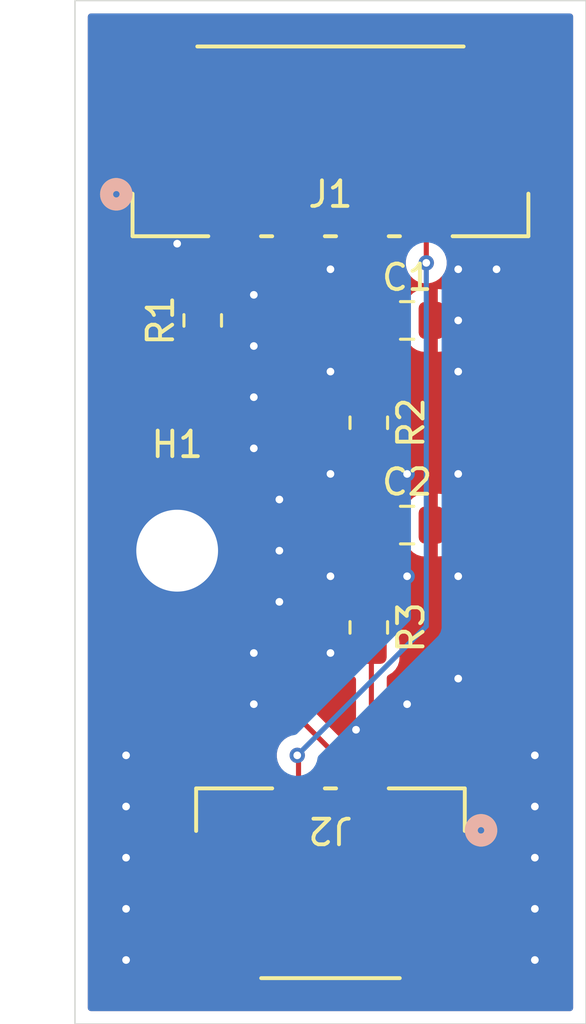
<source format=kicad_pcb>
(kicad_pcb (version 20241229) (generator "pcbnew") (generator_version "9.0")
  (layers (0 "F.Cu" signal) (4 "In1.Cu" signal) (6 "In2.Cu" signal) (2 "B.Cu" signal) (13 "F.Paste" user) (15 "B.Paste" user) (5 "F.SilkS" user "F.Silkscreen") (7 "B.SilkS" user "B.Silkscreen") (1 "F.Mask" user) (3 "B.Mask" user) (25 "Edge.Cuts" user))
  (net 0 "")
  (net 1 "Net-(C2-Pad1)")
  (net 2 "GND")
  (net 3 "Net-(J1-Pin_2)")
  (net 4 "Net-(J1-Pin_3)")
  (net 5 "Net-(J1-Pin_1)")
  (net 6 "Net-(J1-Pin_4)")
  (footprint "Capacitor_SMD:C_0805_2012Metric" (layer "F.Cu") (at 3 16)
    (property "Reference" "C2" (at 0 -1.68 0) (layer "F.SilkS"))
    (property "Value" "500p")
    (fp_line (start -0.261252 -0.735) (end 0.261252 -0.735) (stroke (width 0.12)) (layer "F.SilkS"))
    (fp_line (start -0.261252 0.735) (end 0.261252 0.735) (stroke (width 0.12)) (layer "F.SilkS"))
    (pad "1" smd roundrect (at -0.95 0) (size 1 1.45) (layers "F.Cu" "F.Mask" "F.Paste") (net 1 "Net-(C2-Pad1)"))
    (pad "2" smd roundrect (at 0.95 0) (size 1 1.45) (layers "F.Cu" "F.Mask" "F.Paste") (net 2 "GND"))
  )
  (footprint "Resistor_SMD:R_0805_2012Metric" (layer "F.Cu") (at -5 8 90)
    (property "Reference" "R1" (at 0 -1.65 90) (layer "F.SilkS"))
    (property "Value" "50")
    (fp_line (start -0.227064 -0.735) (end 0.227064 -0.735) (stroke (width 0.12)) (layer "F.SilkS"))
    (fp_line (start -0.227064 0.735) (end 0.227064 0.735) (stroke (width 0.12)) (layer "F.SilkS"))
    (pad "1" smd roundrect (at -0.9125 0 90) (size 1.025 1.4) (layers "F.Cu" "F.Mask" "F.Paste") (roundrect_rratio 0.243902) (net 2 "GND"))
    (pad "2" smd roundrect (at 0.9125 0 90) (size 1.025 1.4) (layers "F.Cu" "F.Mask" "F.Paste") (roundrect_rratio 0.243902) (net 5 "Net-(J1-Pin_1)"))
  )
  (footprint "MountingHole:MountingHole_3.2mm_M3_Pad_TopBottom" (layer "F.Cu") (at -6 17)
    (property "Reference" "H1" (at 0 -4.15 0) (layer "F.SilkS"))
    (property "Value" "MountingHole_Pad")
    (pad "1" thru_hole circle (at 0 0) (size 3.6 3.6) (drill 3.2) (layers "*.Cu" "*.Mask") (net 2 "GND"))
    (pad "1" connect circle (at 0 0) (size 6.4 6.4) (layers "F.Cu" "F.Mask") (net 2 "GND"))
    (pad "1" connect circle (at 0 0) (size 6.4 6.4) (layers "B.Cu" "B.Mask") (net 2 "GND"))
  )
  (footprint "Resistor_SMD:R_0805_2012Metric" (layer "F.Cu") (at 1.5 12 -90)
    (property "Reference" "R2" (at 0 -1.65 270) (layer "F.SilkS"))
    (property "Value" "1k")
    (fp_line (start -0.227064 0.735) (end 0.227064 0.735) (stroke (width 0.12)) (layer "F.SilkS"))
    (fp_line (start -0.227064 -0.735) (end 0.227064 -0.735) (stroke (width 0.12)) (layer "F.SilkS"))
    (pad "1" smd roundrect (at -0.9125 0 270) (size 1.025 1.4) (layers "F.Cu" "F.Mask" "F.Paste") (roundrect_rratio 0.243902) (net 4 "Net-(J1-Pin_3)"))
    (pad "2" smd roundrect (at 0.9125 0 270) (size 1.025 1.4) (layers "F.Cu" "F.Mask" "F.Paste") (roundrect_rratio 0.243902) (net 1 "Net-(C2-Pad1)"))
  )
  (footprint "Resistor_SMD:R_0805_2012Metric" (layer "F.Cu") (at 1.5 20 -90)
    (property "Reference" "R3" (at 0 -1.65 270) (layer "F.SilkS"))
    (property "Value" "1k")
    (fp_line (start -0.227064 0.735) (end 0.227064 0.735) (stroke (width 0.12)) (layer "F.SilkS"))
    (fp_line (start -0.227064 -0.735) (end 0.227064 -0.735) (stroke (width 0.12)) (layer "F.SilkS"))
    (pad "1" smd roundrect (at -0.9125 0 270) (size 1.025 1.4) (layers "F.Cu" "F.Mask" "F.Paste") (roundrect_rratio 0.243902) (net 1 "Net-(C2-Pad1)"))
    (pad "2" smd roundrect (at 0.9125 0 270) (size 1.025 1.4) (layers "F.Cu" "F.Mask" "F.Paste") (roundrect_rratio 0.243902) (net 3 "Net-(J1-Pin_2)"))
  )
  (footprint "Capacitor_SMD:C_0805_2012Metric" (layer "F.Cu") (at 3 8)
    (property "Reference" "C1" (at 0 -1.68 0) (layer "F.SilkS"))
    (property "Value" "500p")
    (fp_line (start -0.261252 -0.735) (end 0.261252 -0.735) (stroke (width 0.12)) (layer "F.SilkS"))
    (fp_line (start -0.261252 0.735) (end 0.261252 0.735) (stroke (width 0.12)) (layer "F.SilkS"))
    (pad "1" smd roundrect (at -0.95 0) (size 1 1.45) (layers "F.Cu" "F.Mask" "F.Paste") (net 4 "Net-(J1-Pin_3)"))
    (pad "2" smd roundrect (at 0.95 0) (size 1 1.45) (layers "F.Cu" "F.Mask" "F.Paste") (net 2 "GND"))
  )
  (footprint "_my_footprints:TermBlock_1x2_Phoenix1771091" (layer "F.Cu") (at 0 30 180)
    (property "Reference" "J2" (at 0 2.068599 180) (layer "F.SilkS"))
    (property "Value" "Screw_Terminal_01x02")
    (fp_line (start 5.2578 3.7084) (end 5.2578 2.04534) (stroke (width 0.1524)) (layer "F.SilkS"))
    (fp_line (start 2.711559 -3.7084) (end -2.711559 -3.7084) (stroke (width 0.1524)) (layer "F.SilkS"))
    (fp_line (start 2.28124 3.7084) (end 5.2578 3.7084) (stroke (width 0.1524)) (layer "F.SilkS"))
    (fp_line (start -0.21876 3.7084) (end 0.21876 3.7084) (stroke (width 0.1524)) (layer "F.SilkS"))
    (fp_line (start -5.2578 3.7084) (end -2.28124 3.7084) (stroke (width 0.1524)) (layer "F.SilkS"))
    (fp_line (start -5.2578 2.04534) (end -5.2578 3.7084) (stroke (width 0.1524)) (layer "F.SilkS"))
    (fp_arc (start -5.532219 2.191653) (mid -6.210218 2.279329) (end -5.866239 1.688526) (stroke (width 0.508)) (layer "F.SilkS"))
    (fp_circle (center -5.8928 2.068599) (end -5.5118 2.068599) (stroke (width 0.508)) (fill no) (layer "B.SilkS"))
    (pad "1" smd rect (at -1.25 2.068599 180) (size 1.397 3.4036) (layers "F.Cu" "F.Mask" "F.Paste") (net 3 "Net-(J1-Pin_2)"))
    (pad "2" smd rect (at 1.25 2.068599 180) (size 1.397 3.4036) (layers "F.Cu" "F.Mask" "F.Paste") (net 6 "Net-(J1-Pin_4)"))
    (pad "3" smd rect (at -4.199999 -1.0814 180) (size 2.3114 5.588) (layers "F.Cu" "F.Mask" "F.Paste"))
    (pad "4" smd rect (at 4.199999 -1.0814 180) (size 2.3114 5.588) (layers "F.Cu" "F.Mask" "F.Paste"))
  )
  (footprint "_my_footprints:TermBlock_1x4_Phoenix1771114" (layer "F.Cu") (at 0 1)
    (property "Reference" "J1" (at 0 2.068599 0) (layer "F.SilkS"))
    (property "Value" "Screw_Terminal_01x04")
    (fp_line (start -7.747 2.04534) (end -7.747 3.7084) (stroke (width 0.1524)) (layer "F.SilkS"))
    (fp_line (start -7.747 3.7084) (end -4.78124 3.7084) (stroke (width 0.1524)) (layer "F.SilkS"))
    (fp_line (start -2.71876 3.7084) (end -2.28124 3.7084) (stroke (width 0.1524)) (layer "F.SilkS"))
    (fp_line (start -0.21876 3.7084) (end 0.21876 3.7084) (stroke (width 0.1524)) (layer "F.SilkS"))
    (fp_line (start 2.28124 3.7084) (end 2.71876 3.7084) (stroke (width 0.1524)) (layer "F.SilkS"))
    (fp_line (start 4.78124 3.7084) (end 7.747 3.7084) (stroke (width 0.1524)) (layer "F.SilkS"))
    (fp_line (start 5.21156 -3.7084) (end -5.21156 -3.7084) (stroke (width 0.1524)) (layer "F.SilkS"))
    (fp_line (start 7.747 3.7084) (end 7.747 2.04534) (stroke (width 0.1524)) (layer "F.SilkS"))
    (fp_arc (start -8.022609 2.195086) (mid -8.697417 2.282312) (end -8.36624 1.687925) (stroke (width 0.508)) (layer "F.SilkS"))
    (fp_circle (center -8.382 2.068599) (end -8.001 2.068599) (stroke (width 0.508)) (fill no) (layer "B.SilkS"))
    (pad "1" smd rect (at -3.75 2.068599) (size 1.397 3.4036) (layers "F.Cu" "F.Mask" "F.Paste") (net 5 "Net-(J1-Pin_1)"))
    (pad "2" smd rect (at -1.25 2.068599) (size 1.397 3.4036) (layers "F.Cu" "F.Mask" "F.Paste") (net 3 "Net-(J1-Pin_2)"))
    (pad "3" smd rect (at 1.25 2.068599) (size 1.397 3.4036) (layers "F.Cu" "F.Mask" "F.Paste") (net 4 "Net-(J1-Pin_3)"))
    (pad "4" smd rect (at 3.75 2.068599) (size 1.397 3.4036) (layers "F.Cu" "F.Mask" "F.Paste") (net 6 "Net-(J1-Pin_4)"))
    (pad "5" smd rect (at -6.7 -1.0814) (size 2.3114 5.588) (layers "F.Cu" "F.Mask" "F.Paste"))
    (pad "6" smd rect (at 6.7 -1.0814) (size 2.3114 5.588) (layers "F.Cu" "F.Mask" "F.Paste"))
  )
  (gr_rect (start -10 -4.5) (end 10 35.5) (stroke (width 0.05)) (fill no) (layer "Edge.Cuts"))
  (segment (start 2.05 16) (end 1.5 16.55) (width 0.2) (layer "F.Cu") (net 1))
  (segment (start 1.5 15.45) (end 2.05 16) (width 0.2) (layer "F.Cu") (net 1))
  (segment (start 1.5 16.55) (end 1.5 19.0875) (width 0.2) (layer "F.Cu") (net 1))
  (segment (start 1.5 12.9125) (end 1.5 15.45) (width 0.2) (layer "F.Cu") (net 1))
  (via (at 5 6) (size 0.6) (drill 0.3) (layers "F.Cu" "B.Cu") (net 2))
  (via (at -2 19) (size 0.6) (drill 0.3) (layers "F.Cu" "B.Cu") (net 2))
  (via (at -8 27) (size 0.6) (drill 0.3) (layers "F.Cu" "B.Cu") (net 2))
  (via (at 5 18) (size 0.6) (drill 0.3) (layers "F.Cu" "B.Cu") (net 2))
  (via (at 6.5 6) (size 0.6) (drill 0.3) (layers "F.Cu" "B.Cu") (net 2))
  (via (at 3 23) (size 0.6) (drill 0.3) (layers "F.Cu" "B.Cu") (net 2))
  (via (at 5 8) (size 0.6) (drill 0.3) (layers "F.Cu" "B.Cu") (net 2))
  (via (at -3 7) (size 0.6) (drill 0.3) (layers "F.Cu" "B.Cu") (net 2))
  (via (at -8 29) (size 0.6) (drill 0.3) (layers "F.Cu" "B.Cu") (net 2))
  (via (at 8 27) (size 0.6) (drill 0.3) (layers "F.Cu" "B.Cu") (net 2))
  (via (at -8 31) (size 0.6) (drill 0.3) (layers "F.Cu" "B.Cu") (net 2))
  (via (at 5 22) (size 0.6) (drill 0.3) (layers "F.Cu" "B.Cu") (net 2))
  (via (at 0 10) (size 0.6) (drill 0.3) (layers "F.Cu" "B.Cu") (net 2))
  (via (at -2 17) (size 0.6) (drill 0.3) (layers "F.Cu" "B.Cu") (net 2))
  (via (at -8 25) (size 0.6) (drill 0.3) (layers "F.Cu" "B.Cu") (net 2))
  (via (at 8 33) (size 0.6) (drill 0.3) (layers "F.Cu" "B.Cu") (net 2))
  (via (at -8 33) (size 0.6) (drill 0.3) (layers "F.Cu" "B.Cu") (net 2))
  (via (at 8 31) (size 0.6) (drill 0.3) (layers "F.Cu" "B.Cu") (net 2))
  (via (at 0 14) (size 0.6) (drill 0.3) (layers "F.Cu" "B.Cu") (net 2))
  (via (at 5 10) (size 0.6) (drill 0.3) (layers "F.Cu" "B.Cu") (net 2))
  (via (at 5 14) (size 0.6) (drill 0.3) (layers "F.Cu" "B.Cu") (net 2))
  (via (at 1 24) (size 0.6) (drill 0.3) (layers "F.Cu" "B.Cu") (net 2))
  (via (at -3 13) (size 0.6) (drill 0.3) (layers "F.Cu" "B.Cu") (net 2))
  (via (at -3 21) (size 0.6) (drill 0.3) (layers "F.Cu" "B.Cu") (net 2))
  (via (at 8 29) (size 0.6) (drill 0.3) (layers "F.Cu" "B.Cu") (net 2))
  (via (at -3 23) (size 0.6) (drill 0.3) (layers "F.Cu" "B.Cu") (net 2))
  (via (at -3 11) (size 0.6) (drill 0.3) (layers "F.Cu" "B.Cu") (net 2))
  (via (at -3 9) (size 0.6) (drill 0.3) (layers "F.Cu" "B.Cu") (net 2))
  (via (at 3 18) (size 0.6) (drill 0.3) (layers "F.Cu" "B.Cu") (net 2))
  (via (at 8 25) (size 0.6) (drill 0.3) (layers "F.Cu" "B.Cu") (net 2))
  (via (at -6 5) (size 0.6) (drill 0.3) (layers "F.Cu" "B.Cu") (net 2))
  (via (at 0 18) (size 0.6) (drill 0.3) (layers "F.Cu" "B.Cu") (net 2))
  (via (at 3 14) (size 0.6) (drill 0.3) (layers "F.Cu" "B.Cu") (net 2))
  (via (at -2 15) (size 0.6) (drill 0.3) (layers "F.Cu" "B.Cu") (net 2))
  (via (at 0 21) (size 0.6) (drill 0.3) (layers "F.Cu" "B.Cu") (net 2))
  (via (at 0 6) (size 0.6) (drill 0.3) (layers "F.Cu" "B.Cu") (net 2))
  (segment (start -1.25 2.068599) (end -1.25 23.529601) (width 0.2) (layer "F.Cu") (net 3))
  (segment (start -1.25 23.529601) (end 1.25 26.029601) (width 0.2) (layer "F.Cu") (net 3))
  (segment (start 1.5 20.9125) (end 1.601 21.0135) (width 0.2) (layer "F.Cu") (net 3))
  (segment (start 1.25 26.029601) (end 1.25 27.931401) (width 0.2) (layer "F.Cu") (net 3))
  (segment (start 1.601 21.0135) (end 1.601 27.580401) (width 0.2) (layer "F.Cu") (net 3))
  (segment (start 2.05 8.45) (end 1.5 9) (width 0.2) (layer "F.Cu") (net 4))
  (segment (start 1.5 9) (end 1.5 11.0875) (width 0.2) (layer "F.Cu") (net 4))
  (segment (start 1.25 7.2) (end 2.05 8) (width 0.2) (layer "F.Cu") (net 4))
  (segment (start 1.25 2.068599) (end 1.25 7.2) (width 0.2) (layer "F.Cu") (net 4))
  (segment (start 2.05 8) (end 2.05 8.45) (width 0.2) (layer "F.Cu") (net 4))
  (segment (start -3.75 2.068599) (end -3.75 5.8375) (width 0.2) (layer "F.Cu") (net 5))
  (segment (start -3.75 5.8375) (end -5 7.0875) (width 0.2) (layer "F.Cu") (net 5))
  (segment (start -1.25 25.05) (end -1.3 25) (width 0.2) (layer "F.Cu") (net 6))
  (segment (start -1.25 27.931401) (end -1.25 25.05) (width 0.2) (layer "F.Cu") (net 6))
  (segment (start 3.75 3.068599) (end 3.75 5.75) (width 0.2) (layer "F.Cu") (net 6))
  (segment (start 3.75 5.75) (end 3.8 5.8) (width 0.2) (layer "F.Cu") (net 6))
  (via (at 3.75 5.75) (size 0.6) (drill 0.3) (layers "F.Cu" "B.Cu") (net 6))
  (via (at -1.3 25) (size 0.6) (drill 0.3) (layers "F.Cu" "B.Cu") (net 6))
  (segment (start 3.75 5.75) (end 3.75 19.95) (width 0.2) (layer "B.Cu") (net 6))
  (segment (start 3.75 19.95) (end -1.3 25) (width 0.2) (layer "B.Cu") (net 6))
  (zone (net 2) (net_name "GND") (layers "F.Cu" "B.Cu" "In1.Cu" "In2.Cu") (name "Ground") (connect_pads (clearance 0.5)) (min_thickness 0.25) (fill yes (thermal_gap 0.5) (thermal_bridge_width 0.5))
    (polygon (pts (xy -10 -4.5) (xy -10 35.5) (xy 10 35.5) (xy 10 -4.5)))
  )
)
</source>
